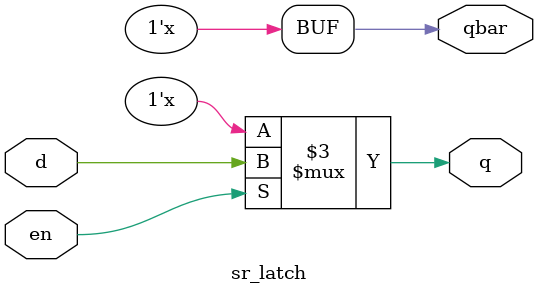
<source format=v>
module sr_latch(d,en,q,qbar);
  input d,en;
  output reg q,qbar;
  always @(*)
    begin
    if(en)
      q<=d;
      qbar <= ~q;
    end
endmodule

</source>
